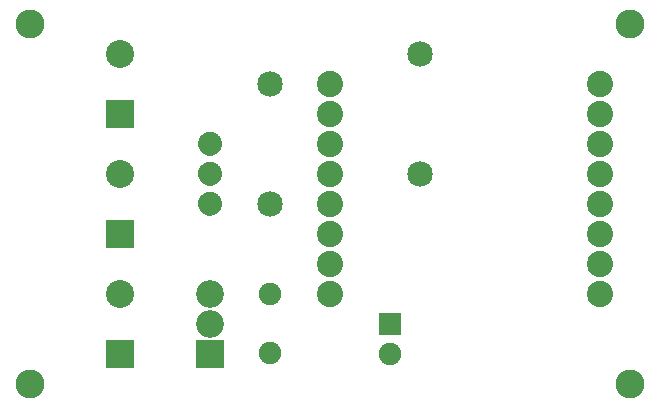
<source format=gts>
G04 MADE WITH FRITZING*
G04 WWW.FRITZING.ORG*
G04 DOUBLE SIDED*
G04 HOLES PLATED*
G04 CONTOUR ON CENTER OF CONTOUR VECTOR*
%ASAXBY*%
%FSLAX23Y23*%
%MOIN*%
%OFA0B0*%
%SFA1.0B1.0*%
%ADD10C,0.087778*%
%ADD11C,0.075000*%
%ADD12C,0.085000*%
%ADD13C,0.096614*%
%ADD14C,0.092000*%
%ADD15C,0.093307*%
%ADD16R,0.092000X0.092000*%
%ADD17R,0.093307X0.093307*%
%ADD18R,0.001000X0.001000*%
%LNMASK1*%
G90*
G70*
G54D10*
X1100Y1099D03*
X1100Y999D03*
X1100Y899D03*
X1100Y799D03*
X1100Y699D03*
X1100Y599D03*
X1100Y499D03*
X1100Y399D03*
X2000Y399D03*
X2000Y499D03*
X2000Y599D03*
X2000Y699D03*
X2000Y799D03*
X2000Y899D03*
X2000Y999D03*
X2000Y1099D03*
G54D11*
X900Y399D03*
X900Y202D03*
X900Y399D03*
X900Y202D03*
X900Y399D03*
X900Y202D03*
G54D12*
X1400Y1199D03*
X1400Y799D03*
X900Y699D03*
X900Y1099D03*
G54D11*
X1300Y299D03*
X1300Y199D03*
X1300Y299D03*
X1300Y199D03*
G54D13*
X100Y1299D03*
X100Y99D03*
X2100Y99D03*
X2100Y1299D03*
G54D14*
X700Y199D03*
X700Y299D03*
X700Y399D03*
G54D15*
X400Y999D03*
X400Y1199D03*
X400Y599D03*
X400Y799D03*
X400Y199D03*
X400Y399D03*
G54D16*
X700Y199D03*
G54D17*
X400Y999D03*
X400Y599D03*
X400Y199D03*
G54D18*
X692Y938D02*
X707Y938D01*
X688Y937D02*
X711Y937D01*
X685Y936D02*
X714Y936D01*
X683Y935D02*
X716Y935D01*
X681Y934D02*
X718Y934D01*
X679Y933D02*
X720Y933D01*
X678Y932D02*
X721Y932D01*
X676Y931D02*
X723Y931D01*
X675Y930D02*
X724Y930D01*
X674Y929D02*
X725Y929D01*
X672Y928D02*
X726Y928D01*
X671Y927D02*
X727Y927D01*
X670Y926D02*
X728Y926D01*
X670Y925D02*
X729Y925D01*
X669Y924D02*
X730Y924D01*
X668Y923D02*
X731Y923D01*
X667Y922D02*
X731Y922D01*
X667Y921D02*
X732Y921D01*
X666Y920D02*
X733Y920D01*
X665Y919D02*
X733Y919D01*
X665Y918D02*
X734Y918D01*
X664Y917D02*
X734Y917D01*
X664Y916D02*
X735Y916D01*
X663Y915D02*
X735Y915D01*
X663Y914D02*
X736Y914D01*
X662Y913D02*
X736Y913D01*
X662Y912D02*
X737Y912D01*
X662Y911D02*
X737Y911D01*
X662Y910D02*
X737Y910D01*
X661Y909D02*
X737Y909D01*
X661Y908D02*
X738Y908D01*
X661Y907D02*
X738Y907D01*
X661Y906D02*
X738Y906D01*
X660Y905D02*
X738Y905D01*
X660Y904D02*
X738Y904D01*
X660Y903D02*
X739Y903D01*
X660Y902D02*
X739Y902D01*
X660Y901D02*
X739Y901D01*
X660Y900D02*
X739Y900D01*
X660Y899D02*
X739Y899D01*
X660Y898D02*
X739Y898D01*
X660Y897D02*
X739Y897D01*
X660Y896D02*
X739Y896D01*
X660Y895D02*
X739Y895D01*
X660Y894D02*
X738Y894D01*
X660Y893D02*
X738Y893D01*
X661Y892D02*
X738Y892D01*
X661Y891D02*
X738Y891D01*
X661Y890D02*
X738Y890D01*
X661Y889D02*
X737Y889D01*
X661Y888D02*
X737Y888D01*
X662Y887D02*
X737Y887D01*
X662Y886D02*
X737Y886D01*
X662Y885D02*
X736Y885D01*
X663Y884D02*
X736Y884D01*
X663Y883D02*
X736Y883D01*
X664Y882D02*
X735Y882D01*
X664Y881D02*
X735Y881D01*
X665Y880D02*
X734Y880D01*
X665Y879D02*
X733Y879D01*
X666Y878D02*
X733Y878D01*
X666Y877D02*
X732Y877D01*
X667Y876D02*
X731Y876D01*
X668Y875D02*
X731Y875D01*
X669Y874D02*
X730Y874D01*
X669Y873D02*
X729Y873D01*
X670Y872D02*
X728Y872D01*
X671Y871D02*
X727Y871D01*
X672Y870D02*
X726Y870D01*
X673Y869D02*
X725Y869D01*
X675Y868D02*
X724Y868D01*
X676Y867D02*
X723Y867D01*
X677Y866D02*
X721Y866D01*
X679Y865D02*
X720Y865D01*
X680Y864D02*
X718Y864D01*
X682Y863D02*
X716Y863D01*
X685Y862D02*
X714Y862D01*
X687Y861D02*
X711Y861D01*
X691Y860D02*
X708Y860D01*
X699Y859D02*
X700Y859D01*
X692Y838D02*
X707Y838D01*
X688Y837D02*
X711Y837D01*
X685Y836D02*
X714Y836D01*
X683Y835D02*
X716Y835D01*
X681Y834D02*
X718Y834D01*
X679Y833D02*
X720Y833D01*
X677Y832D02*
X721Y832D01*
X676Y831D02*
X723Y831D01*
X675Y830D02*
X724Y830D01*
X674Y829D02*
X725Y829D01*
X672Y828D02*
X726Y828D01*
X671Y827D02*
X727Y827D01*
X670Y826D02*
X728Y826D01*
X670Y825D02*
X729Y825D01*
X669Y824D02*
X730Y824D01*
X668Y823D02*
X731Y823D01*
X667Y822D02*
X731Y822D01*
X667Y821D02*
X732Y821D01*
X666Y820D02*
X733Y820D01*
X665Y819D02*
X733Y819D01*
X665Y818D02*
X734Y818D01*
X664Y817D02*
X734Y817D01*
X664Y816D02*
X735Y816D01*
X663Y815D02*
X735Y815D01*
X663Y814D02*
X736Y814D01*
X662Y813D02*
X736Y813D01*
X662Y812D02*
X737Y812D01*
X662Y811D02*
X737Y811D01*
X661Y810D02*
X737Y810D01*
X661Y809D02*
X737Y809D01*
X661Y808D02*
X738Y808D01*
X661Y807D02*
X738Y807D01*
X661Y806D02*
X738Y806D01*
X660Y805D02*
X738Y805D01*
X660Y804D02*
X738Y804D01*
X660Y803D02*
X739Y803D01*
X660Y802D02*
X739Y802D01*
X660Y801D02*
X739Y801D01*
X660Y800D02*
X739Y800D01*
X660Y799D02*
X739Y799D01*
X660Y798D02*
X739Y798D01*
X660Y797D02*
X739Y797D01*
X660Y796D02*
X739Y796D01*
X660Y795D02*
X739Y795D01*
X660Y794D02*
X738Y794D01*
X660Y793D02*
X738Y793D01*
X661Y792D02*
X738Y792D01*
X661Y791D02*
X738Y791D01*
X661Y790D02*
X738Y790D01*
X661Y789D02*
X737Y789D01*
X661Y788D02*
X737Y788D01*
X662Y787D02*
X737Y787D01*
X662Y786D02*
X737Y786D01*
X662Y785D02*
X736Y785D01*
X663Y784D02*
X736Y784D01*
X663Y783D02*
X736Y783D01*
X664Y782D02*
X735Y782D01*
X664Y781D02*
X735Y781D01*
X665Y780D02*
X734Y780D01*
X665Y779D02*
X733Y779D01*
X666Y778D02*
X733Y778D01*
X667Y777D02*
X732Y777D01*
X667Y776D02*
X731Y776D01*
X668Y775D02*
X731Y775D01*
X669Y774D02*
X730Y774D01*
X669Y773D02*
X729Y773D01*
X670Y772D02*
X728Y772D01*
X671Y771D02*
X727Y771D01*
X672Y770D02*
X726Y770D01*
X673Y769D02*
X725Y769D01*
X675Y768D02*
X724Y768D01*
X676Y767D02*
X723Y767D01*
X677Y766D02*
X721Y766D01*
X679Y765D02*
X720Y765D01*
X681Y764D02*
X718Y764D01*
X682Y763D02*
X716Y763D01*
X685Y762D02*
X714Y762D01*
X687Y761D02*
X711Y761D01*
X691Y760D02*
X708Y760D01*
X699Y759D02*
X700Y759D01*
X691Y738D02*
X707Y738D01*
X688Y737D02*
X711Y737D01*
X685Y736D02*
X714Y736D01*
X683Y735D02*
X716Y735D01*
X681Y734D02*
X718Y734D01*
X679Y733D02*
X720Y733D01*
X677Y732D02*
X721Y732D01*
X676Y731D02*
X723Y731D01*
X675Y730D02*
X724Y730D01*
X674Y729D02*
X725Y729D01*
X672Y728D02*
X726Y728D01*
X671Y727D02*
X727Y727D01*
X670Y726D02*
X728Y726D01*
X670Y725D02*
X729Y725D01*
X669Y724D02*
X730Y724D01*
X668Y723D02*
X731Y723D01*
X667Y722D02*
X731Y722D01*
X667Y721D02*
X732Y721D01*
X666Y720D02*
X733Y720D01*
X665Y719D02*
X733Y719D01*
X665Y718D02*
X734Y718D01*
X664Y717D02*
X734Y717D01*
X664Y716D02*
X735Y716D01*
X663Y715D02*
X735Y715D01*
X663Y714D02*
X736Y714D01*
X662Y713D02*
X736Y713D01*
X662Y712D02*
X737Y712D01*
X662Y711D02*
X737Y711D01*
X661Y710D02*
X737Y710D01*
X661Y709D02*
X737Y709D01*
X661Y708D02*
X738Y708D01*
X661Y707D02*
X738Y707D01*
X661Y706D02*
X738Y706D01*
X660Y705D02*
X738Y705D01*
X660Y704D02*
X738Y704D01*
X660Y703D02*
X739Y703D01*
X660Y702D02*
X739Y702D01*
X660Y701D02*
X739Y701D01*
X660Y700D02*
X739Y700D01*
X660Y699D02*
X739Y699D01*
X660Y698D02*
X739Y698D01*
X660Y697D02*
X739Y697D01*
X660Y696D02*
X739Y696D01*
X660Y695D02*
X739Y695D01*
X660Y694D02*
X738Y694D01*
X660Y693D02*
X738Y693D01*
X661Y692D02*
X738Y692D01*
X661Y691D02*
X738Y691D01*
X661Y690D02*
X738Y690D01*
X661Y689D02*
X737Y689D01*
X661Y688D02*
X737Y688D01*
X662Y687D02*
X737Y687D01*
X662Y686D02*
X737Y686D01*
X662Y685D02*
X736Y685D01*
X663Y684D02*
X736Y684D01*
X663Y683D02*
X735Y683D01*
X664Y682D02*
X735Y682D01*
X664Y681D02*
X735Y681D01*
X665Y680D02*
X734Y680D01*
X665Y679D02*
X733Y679D01*
X666Y678D02*
X733Y678D01*
X667Y677D02*
X732Y677D01*
X667Y676D02*
X731Y676D01*
X668Y675D02*
X731Y675D01*
X669Y674D02*
X730Y674D01*
X670Y673D02*
X729Y673D01*
X670Y672D02*
X728Y672D01*
X671Y671D02*
X727Y671D01*
X672Y670D02*
X726Y670D01*
X673Y669D02*
X725Y669D01*
X675Y668D02*
X724Y668D01*
X676Y667D02*
X723Y667D01*
X677Y666D02*
X721Y666D01*
X679Y665D02*
X720Y665D01*
X681Y664D02*
X718Y664D01*
X682Y663D02*
X716Y663D01*
X685Y662D02*
X714Y662D01*
X687Y661D02*
X711Y661D01*
X691Y660D02*
X707Y660D01*
X1262Y336D02*
X1336Y336D01*
X1262Y335D02*
X1336Y335D01*
X1262Y334D02*
X1336Y334D01*
X1262Y333D02*
X1336Y333D01*
X1262Y332D02*
X1336Y332D01*
X1262Y331D02*
X1336Y331D01*
X1262Y330D02*
X1336Y330D01*
X1262Y329D02*
X1336Y329D01*
X1262Y328D02*
X1336Y328D01*
X1262Y327D02*
X1336Y327D01*
X1262Y326D02*
X1336Y326D01*
X1262Y325D02*
X1336Y325D01*
X1262Y324D02*
X1336Y324D01*
X1262Y323D02*
X1336Y323D01*
X1262Y322D02*
X1336Y322D01*
X1262Y321D02*
X1336Y321D01*
X1262Y320D02*
X1336Y320D01*
X1262Y319D02*
X1336Y319D01*
X1262Y318D02*
X1336Y318D01*
X1262Y317D02*
X1336Y317D01*
X1262Y316D02*
X1336Y316D01*
X1262Y315D02*
X1336Y315D01*
X1262Y314D02*
X1336Y314D01*
X1262Y313D02*
X1336Y313D01*
X1262Y312D02*
X1336Y312D01*
X1262Y311D02*
X1336Y311D01*
X1262Y310D02*
X1336Y310D01*
X1262Y309D02*
X1336Y309D01*
X1262Y308D02*
X1336Y308D01*
X1262Y307D02*
X1295Y307D01*
X1303Y307D02*
X1336Y307D01*
X1262Y306D02*
X1293Y306D01*
X1305Y306D02*
X1336Y306D01*
X1262Y305D02*
X1292Y305D01*
X1306Y305D02*
X1336Y305D01*
X1262Y304D02*
X1291Y304D01*
X1307Y304D02*
X1336Y304D01*
X1262Y303D02*
X1291Y303D01*
X1308Y303D02*
X1336Y303D01*
X1262Y302D02*
X1290Y302D01*
X1308Y302D02*
X1336Y302D01*
X1262Y301D02*
X1290Y301D01*
X1308Y301D02*
X1336Y301D01*
X1262Y300D02*
X1290Y300D01*
X1308Y300D02*
X1336Y300D01*
X1262Y299D02*
X1290Y299D01*
X1308Y299D02*
X1336Y299D01*
X1262Y298D02*
X1290Y298D01*
X1308Y298D02*
X1336Y298D01*
X1262Y297D02*
X1290Y297D01*
X1308Y297D02*
X1336Y297D01*
X1262Y296D02*
X1290Y296D01*
X1308Y296D02*
X1336Y296D01*
X1262Y295D02*
X1291Y295D01*
X1307Y295D02*
X1336Y295D01*
X1262Y294D02*
X1291Y294D01*
X1307Y294D02*
X1336Y294D01*
X1262Y293D02*
X1292Y293D01*
X1306Y293D02*
X1336Y293D01*
X1262Y292D02*
X1293Y292D01*
X1305Y292D02*
X1336Y292D01*
X1262Y291D02*
X1295Y291D01*
X1303Y291D02*
X1336Y291D01*
X1262Y290D02*
X1336Y290D01*
X1262Y289D02*
X1336Y289D01*
X1262Y288D02*
X1336Y288D01*
X1262Y287D02*
X1336Y287D01*
X1262Y286D02*
X1336Y286D01*
X1262Y285D02*
X1336Y285D01*
X1262Y284D02*
X1336Y284D01*
X1262Y283D02*
X1336Y283D01*
X1262Y282D02*
X1336Y282D01*
X1262Y281D02*
X1336Y281D01*
X1262Y280D02*
X1336Y280D01*
X1262Y279D02*
X1336Y279D01*
X1262Y278D02*
X1336Y278D01*
X1262Y277D02*
X1336Y277D01*
X1262Y276D02*
X1336Y276D01*
X1262Y275D02*
X1336Y275D01*
X1262Y274D02*
X1336Y274D01*
X1262Y273D02*
X1336Y273D01*
X1262Y272D02*
X1336Y272D01*
X1262Y271D02*
X1336Y271D01*
X1262Y270D02*
X1336Y270D01*
X1262Y269D02*
X1336Y269D01*
X1262Y268D02*
X1336Y268D01*
X1262Y267D02*
X1336Y267D01*
X1262Y266D02*
X1336Y266D01*
X1262Y265D02*
X1336Y265D01*
X1262Y264D02*
X1336Y264D01*
X1262Y263D02*
X1336Y263D01*
X1262Y262D02*
X1336Y262D01*
D02*
G04 End of Mask1*
M02*
</source>
